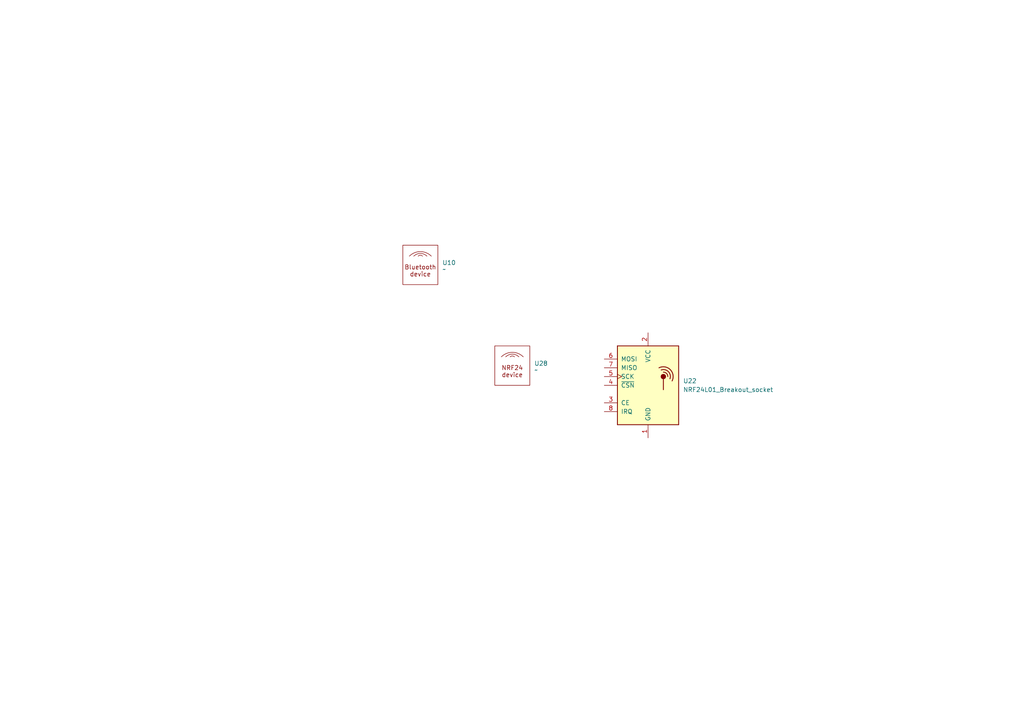
<source format=kicad_sch>
(kicad_sch (version 20231120) (generator "eeschema") (generator_version "8.0")
  (paper "A4")
  (lib_symbols
    (symbol "CREPP_Bluetooth:Bluetooth HC-05 [CREPP_VIRTUAL]"
      (property "Reference" "U" (at -4.318 11.43 0))
      (symbol "Bluetooth HC-05 [CREPP_VIRTUAL]_0_1"
        (rectangle (start -5.08 10.16) (end 5.08 -1.27))
        (arc (start 0.635 6.985) (mid 0 7.248) (end -0.635 6.985))
        (arc (start 1.905 6.985) (mid 0 7.7741) (end -1.905 6.985))
        (arc (start 3.175 6.985) (mid 0 8.3001) (end -3.175 6.985))
      )
      (symbol "Bluetooth HC-05 [CREPP_VIRTUAL]_1_1"
        (text "Bluetooth\ndevice" (at 0 2.794 0) (effects (font (size 1.27 1.27))))
      )
    )
    (symbol "CREPP_NRF24:NRF24L01_Breakout _Socket" (pin_names (offset 1.016))
      (property "Reference" "U" (at -8.89 12.7 0))
      (property "Value" "NRF24L01_Breakout_socket" (at 3.81 12.7 0))
      (symbol "NRF24L01_Breakout _Socket_0_1"
        (rectangle (start -8.89 11.43) (end 8.89 -11.43) (stroke (width 0.254)) (fill (type background)))
        (polyline (pts (xy 4.445 1.905) (xy 4.445 -1.27)) (stroke (width 0.254)))
        (circle (center 4.445 2.54) (radius 0.635) (stroke (width 0.254)) (fill (type outline)))
        (arc (start 5.715 2.54) (mid 5.3521 3.4546) (end 4.445 3.81) (stroke (width 0.254)))
        (arc (start 6.35 1.905) (mid 5.8763 3.9854) (end 3.81 4.445) (stroke (width 0.254)))
        (arc (start 6.985 1.27) (mid 6.453 4.548) (end 3.175 5.08) (stroke (width 0.254)))
      )
      (symbol "NRF24L01_Breakout _Socket_1_1"
        (pin power_in line (at 0 -15.24 90) (length 3.81) (name "GND") (number "1"))
        (pin power_in line (at 0 15.24 270) (length 3.81) (name "VCC") (number "2"))
        (pin input line (at -12.7 -5.08 0) (length 3.81) (name "CE") (number "3"))
        (pin input line (at -12.7 0 0) (length 3.81) (name "~{CSN}") (number "4"))
        (pin input clock (at -12.7 2.54 0) (length 3.81) (name "SCK") (number "5"))
        (pin input line (at -12.7 7.62 0) (length 3.81) (name "MOSI") (number "6"))
        (pin output line (at -12.7 5.08 0) (length 3.81) (name "MISO") (number "7"))
        (pin output line (at -12.7 -7.62 0) (length 3.81) (name "IRQ") (number "8"))
      )
    )
    (symbol "CREPP_NRF24:NRF24_Virtual"
      (property "Reference" "U" (at -4.318 11.43 0))
      (symbol "NRF24_Virtual_0_1"
        (rectangle (start -5.08 10.16) (end 5.08 -1.27))
        (arc (start 0.635 6.985) (mid 0 7.248) (end -0.635 6.985))
        (arc (start 1.905 6.985) (mid 0 7.7741) (end -1.905 6.985))
        (arc (start 3.175 6.985) (mid 0 8.3001) (end -3.175 6.985))
      )
      (symbol "NRF24_Virtual_1_1"
        (text "NRF24\ndevice" (at 0 2.794 0) (effects (font (size 1.27 1.27))))
      )
    )
  )
  (symbol (lib_id "CREPP_NRF24:NRF24L01_Breakout _Socket") (at 187.96 111.76 0) (unit 1)
    (property "Reference" "U22" (at 198.12 110.4899 0) (effects (justify left)))
    (property "Value" "NRF24L01_Breakout_socket" (at 198.12 113.0299 0) (effects (justify left)))
    (property "Footprint" "CREPP_NRF24:nRF24L01_Breakout" (effects (hide yes)))
    (property "Datasheet" "http://www.nordicsemi.com/eng/content/download/2730/34105/file/nRF24L01_Product_Specification_v2_0.pdf" (effects (hide yes)))
    (property "Description" "Ultra low power 2.4GHz RF Transceiver, Carrier PCB" (effects (hide yes)))
  )
  (symbol (lib_id "CREPP_NRF24:NRF24_Virtual") (at 148.59 110.49 0) (unit 1)
    (property "Reference" "U28" (at 154.94 105.4099 0) (effects (justify left)))
    (property "Value" "~" (at 154.94 107.315 0) (effects (justify left)))
  )
  (symbol (lib_id "CREPP_Bluetooth:Bluetooth HC-05 [CREPP_VIRTUAL]") (at 121.92 81.28 0) (unit 1)
    (property "Reference" "U10" (at 128.27 76.1999 0) (effects (justify left)))
    (property "Value" "~" (at 128.27 78.105 0) (effects (justify left)))
  )
)
</source>
